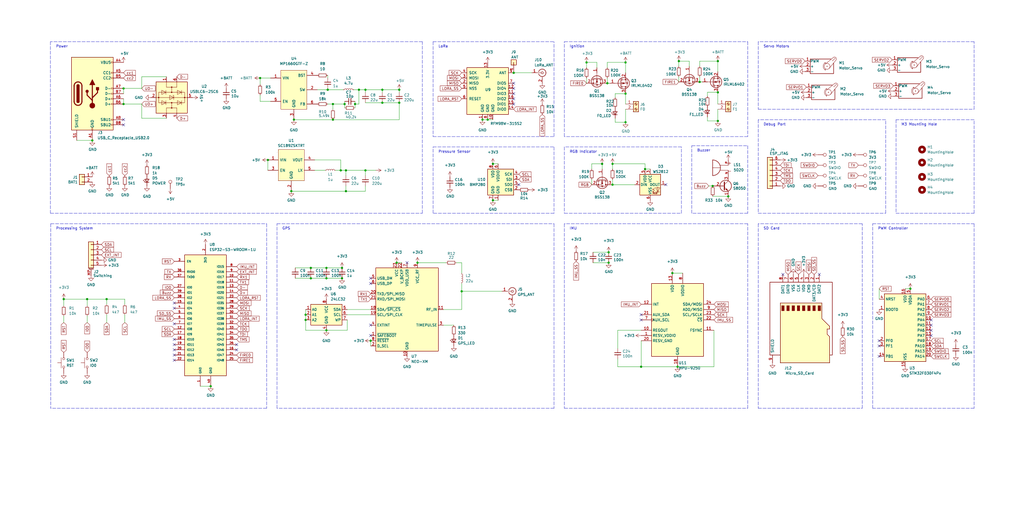
<source format=kicad_sch>
(kicad_sch (version 20211123) (generator eeschema)
  (paper "User" 499.999 250.012)
  (title_block (title "ISP32") (date "2023-01-05") (rev "v0.0.1") (company "NCKU ISP"))
  (junction (at 305.435 45.72))
  (junction (at 347.98 90.805))
  (junction (at 240.665 80.01))
  (junction (at 178.435 43.815))
  (junction (at 52.07 146.05))
  (junction (at 330.835 179.07))
  (junction (at 159.385 135.89))
  (junction (at 313.055 179.07))
  (junction (at 149.225 153.67))
  (junction (at 142.24 93.345))
  (junction (at 162.56 50.8))
  (junction (at 31.115 146.05))
  (junction (at 194.945 50.165))
  (junction (at 314.96 82.55))
  (junction (at 175.26 43.815))
  (junction (at 225.425 142.24))
  (junction (at 297.18 123.19))
  (junction (at 167.005 130.81))
  (junction (at 296.545 40.64))
  (junction (at 297.18 128.27))
  (junction (at 166.37 83.185))
  (junction (at 159.385 130.81))
  (junction (at 168.91 83.185))
  (junction (at 151.765 135.89))
  (junction (at 203.835 128.27))
  (junction (at 162.56 58.42))
  (junction (at 151.765 130.81))
  (junction (at 355.6 95.885))
  (junction (at 331.47 29.845))
  (junction (at 350.52 59.055))
  (junction (at 238.125 58.42))
  (junction (at 143.51 58.42))
  (junction (at 250.825 35.56))
  (junction (at 45.085 68.58))
  (junction (at 186.69 43.815))
  (junction (at 328.295 133.35))
  (junction (at 127 38.1))
  (junction (at 130.81 78.105))
  (junction (at 294.005 80.01))
  (junction (at 159.385 161.29))
  (junction (at 186.69 50.165))
  (junction (at 444.5 140.97))
  (junction (at 167.005 135.89))
  (junction (at 305.435 59.69))
  (junction (at 180.975 166.37))
  (junction (at 168.91 93.345))
  (junction (at 305.435 30.48))
  (junction (at 160.02 43.815))
  (junction (at 178.435 83.185))
  (junction (at 194.945 43.815))
  (junction (at 149.225 156.21))
  (junction (at 60.325 43.18))
  (junction (at 60.325 50.8))
  (junction (at 168.275 50.8))
  (junction (at 240.665 97.79))
  (junction (at 341.63 40.005))
  (junction (at 173.355 50.8))
  (junction (at 193.675 128.27))
  (junction (at 235.585 58.42))
  (junction (at 102.87 188.595))
  (junction (at 299.085 90.17))
  (junction (at 299.085 80.01))
  (junction (at 350.52 45.085))
  (junction (at 286.385 30.48))
  (junction (at 42.545 146.05))
  (junction (at 350.52 29.845))
  (no_connect (at 250.825 45.72))
  (no_connect (at 382.27 133.985))
  (no_connect (at 85.09 150.495))
  (no_connect (at 250.825 40.64))
  (no_connect (at 85.09 175.895))
  (no_connect (at -99.06 3.81))
  (no_connect (at 313.055 153.67))
  (no_connect (at 429.26 173.99))
  (no_connect (at 85.09 165.735))
  (no_connect (at 180.975 138.43))
  (no_connect (at 400.05 133.985))
  (no_connect (at 250.825 48.26))
  (no_connect (at 60.325 60.96))
  (no_connect (at 325.12 90.17))
  (no_connect (at 454.66 163.83))
  (no_connect (at 180.975 163.83))
  (no_connect (at 253.365 90.17))
  (no_connect (at 250.825 50.8))
  (no_connect (at 85.09 147.955))
  (no_connect (at 454.66 156.21))
  (no_connect (at 250.825 43.18))
  (no_connect (at 115.57 170.815))
  (no_connect (at 180.975 158.75))
  (no_connect (at 85.09 168.275))
  (no_connect (at 429.26 168.91))
  (no_connect (at 313.055 156.21))
  (no_connect (at 454.66 161.29))
  (no_connect (at 85.09 170.815))
  (no_connect (at 198.755 128.27))
  (no_connect (at 454.66 158.75))
  (no_connect (at 180.975 135.89))
  (no_connect (at 85.09 173.355))
  (no_connect (at 115.57 168.275))
  (no_connect (at 85.09 158.115))
  (no_connect (at 429.26 166.37))
  (no_connect (at 60.325 58.42))
  (wire (pts (xy 350.52 50.8) (xy 350.52 45.085)))
  (wire (pts (xy 300.355 57.785) (xy 300.355 59.69)))
  (wire (pts (xy 168.91 83.185) (xy 178.435 83.185)))
  (polyline (pts (xy 275.59 104.14) (xy 332.74 104.14)))
  (wire (pts (xy 345.44 45.085) (xy 350.52 45.085)))
  (wire (pts (xy 313.055 166.37) (xy 313.055 179.07)))
  (wire (pts (xy 127 38.1) (xy 127 41.275)))
  (wire (pts (xy 300.355 59.69) (xy 305.435 59.69)))
  (wire (pts (xy 296.545 40.64) (xy 297.815 40.64)))
  (polyline (pts (xy 370.205 53.34) (xy 475.615 53.34)))
  (wire (pts (xy 173.355 49.53) (xy 173.355 50.8)))
  (polyline (pts (xy 24.638 20.32) (xy 24.638 104.14)))
  (polyline (pts (xy 365.125 199.39) (xy 365.125 109.22)))
  (wire (pts (xy 178.435 83.185) (xy 183.515 83.185)))
  (wire (pts (xy 169.545 151.13) (xy 180.975 151.13)))
  (polyline (pts (xy 475.615 20.32) (xy 370.205 20.32)))
  (polyline (pts (xy 426.085 109.22) (xy 475.615 109.22)))
  (polyline (pts (xy 475.615 58.42) (xy 437.515 58.42)))
  (wire (pts (xy 294.005 82.55) (xy 294.005 80.01)))
  (wire (pts (xy 330.835 179.07) (xy 313.055 179.07)))
  (wire (pts (xy 331.47 29.845) (xy 331.47 32.385)))
  (polyline (pts (xy 24.765 109.22) (xy 24.765 199.39)))
  (wire (pts (xy 149.225 153.67) (xy 149.225 156.21)))
  (polyline (pts (xy 426.085 199.39) (xy 426.085 109.22)))
  (polyline (pts (xy 370.205 104.14) (xy 432.435 104.14)))
  (wire (pts (xy 52.07 153.67) (xy 52.07 157.48)))
  (polyline (pts (xy 437.515 104.14) (xy 475.615 104.14)))
  (wire (pts (xy 350.52 53.34) (xy 350.52 59.055)))
  (polyline (pts (xy 211.455 71.755) (xy 270.51 71.755)))
  (wire (pts (xy 299.085 87.63) (xy 299.085 90.17)))
  (wire (pts (xy 159.385 135.89) (xy 167.005 135.89)))
  (wire (pts (xy 216.535 158.75) (xy 221.615 158.75)))
  (wire (pts (xy 31.115 154.305) (xy 31.115 157.48)))
  (wire (pts (xy 341.63 37.465) (xy 341.63 40.005)))
  (wire (pts (xy 299.085 80.01) (xy 314.96 80.01)))
  (polyline (pts (xy 270.51 66.675) (xy 270.51 20.32)))
  (wire (pts (xy 60.96 153.67) (xy 60.96 157.48)))
  (wire (pts (xy 168.91 85.725) (xy 168.91 83.185)))
  (wire (pts (xy 168.91 93.345) (xy 178.435 93.345)))
  (wire (pts (xy 186.69 50.165) (xy 194.945 50.165)))
  (polyline (pts (xy 275.59 20.32) (xy 365.125 20.32)))
  (wire (pts (xy 429.26 146.05) (xy 429.26 140.97)))
  (polyline (pts (xy 130.175 199.39) (xy 24.765 199.39)))
  (wire (pts (xy 288.925 87.63) (xy 288.925 90.17)))
  (wire (pts (xy 194.945 43.815) (xy 194.945 45.085)))
  (wire (pts (xy 178.435 85.725) (xy 178.435 83.185)))
  (polyline (pts (xy 337.82 104.14) (xy 337.82 71.12)))
  (wire (pts (xy 162.56 50.8) (xy 162.56 53.34)))
  (wire (pts (xy 169.545 153.67) (xy 180.975 153.67)))
  (wire (pts (xy 288.925 80.01) (xy 294.005 80.01)))
  (polyline (pts (xy 337.82 71.12) (xy 365.125 71.12)))
  (polyline (pts (xy 370.205 58.42) (xy 370.205 104.14)))
  (wire (pts (xy 301.625 179.07) (xy 313.055 179.07)))
  (wire (pts (xy 60.325 50.8) (xy 69.215 50.8)))
  (polyline (pts (xy 270.51 71.755) (xy 270.51 104.14)))
  (wire (pts (xy 286.385 38.1) (xy 286.385 40.64)))
  (wire (pts (xy 314.96 80.01) (xy 314.96 82.55)))
  (polyline (pts (xy 206.248 20.32) (xy 24.638 20.32)))
  (polyline (pts (xy 24.638 104.14) (xy 206.248 104.14)))
  (polyline (pts (xy 365.125 71.12) (xy 365.125 104.14)))
  (wire (pts (xy 130.81 78.105) (xy 130.81 83.185)))
  (wire (pts (xy 300.355 45.72) (xy 305.435 45.72)))
  (polyline (pts (xy 211.455 66.675) (xy 270.51 66.675)))
  (polyline (pts (xy 365.125 109.22) (xy 275.59 109.22)))
  (wire (pts (xy 305.435 30.48) (xy 305.435 35.56)))
  (wire (pts (xy 69.215 50.8) (xy 69.215 57.785)))
  (wire (pts (xy 345.44 46.99) (xy 345.44 45.085)))
  (wire (pts (xy 225.425 138.43) (xy 225.425 142.24)))
  (wire (pts (xy 149.225 156.21) (xy 149.225 161.29)))
  (wire (pts (xy 288.925 80.01) (xy 288.925 82.55)))
  (polyline (pts (xy 437.515 58.42) (xy 437.515 104.14)))
  (polyline (pts (xy 135.255 109.22) (xy 270.51 109.22)))
  (wire (pts (xy 313.055 161.29) (xy 301.625 161.29)))
  (wire (pts (xy 193.675 128.27) (xy 196.215 128.27)))
  (wire (pts (xy 178.435 43.815) (xy 186.69 43.815)))
  (wire (pts (xy 296.545 30.48) (xy 305.435 30.48)))
  (wire (pts (xy 194.945 50.165) (xy 194.945 58.42)))
  (wire (pts (xy 127 38.1) (xy 132.08 38.1)))
  (wire (pts (xy 168.91 90.805) (xy 168.91 93.345)))
  (polyline (pts (xy 275.59 199.39) (xy 365.125 199.39)))
  (wire (pts (xy 203.835 128.27) (xy 217.805 128.27)))
  (wire (pts (xy 166.37 78.105) (xy 166.37 83.185)))
  (wire (pts (xy 300.355 47.625) (xy 300.355 45.72)))
  (wire (pts (xy 331.47 29.845) (xy 336.55 29.845)))
  (wire (pts (xy 162.56 50.8) (xy 168.275 50.8)))
  (polyline (pts (xy 475.615 109.22) (xy 475.615 199.39)))
  (wire (pts (xy 178.435 50.165) (xy 186.69 50.165)))
  (polyline (pts (xy 432.435 104.14) (xy 432.435 58.42)))
  (wire (pts (xy 441.96 140.97) (xy 444.5 140.97)))
  (wire (pts (xy 286.385 30.48) (xy 291.465 30.48)))
  (wire (pts (xy 238.125 58.42) (xy 240.665 58.42)))
  (wire (pts (xy 172.72 43.815) (xy 175.26 43.815)))
  (polyline (pts (xy 370.205 109.22) (xy 370.205 199.39)))
  (wire (pts (xy 60.325 43.18) (xy 69.215 43.18)))
  (wire (pts (xy 160.02 43.18) (xy 160.02 43.815)))
  (wire (pts (xy 299.085 90.17) (xy 309.88 90.17)))
  (wire (pts (xy 151.765 130.81) (xy 159.385 130.81)))
  (wire (pts (xy 296.545 33.02) (xy 296.545 30.48)))
  (wire (pts (xy 348.615 179.07) (xy 348.615 161.29)))
  (wire (pts (xy 144.145 130.81) (xy 151.765 130.81)))
  (polyline (pts (xy 432.435 58.42) (xy 370.205 58.42)))
  (wire (pts (xy 31.115 146.05) (xy 31.115 149.225)))
  (polyline (pts (xy 365.125 20.32) (xy 365.125 66.675)))
  (wire (pts (xy 299.085 82.55) (xy 299.085 80.01)))
  (polyline (pts (xy 275.59 66.675) (xy 275.59 20.32)))
  (wire (pts (xy 186.69 43.815) (xy 186.69 45.085)))
  (wire (pts (xy 175.26 43.815) (xy 175.26 50.8)))
  (polyline (pts (xy 370.205 20.32) (xy 370.205 53.34)))
  (polyline (pts (xy 211.455 104.14) (xy 211.455 71.755)))
  (wire (pts (xy 151.765 135.89) (xy 159.385 135.89)))
  (wire (pts (xy 69.215 57.785) (xy 81.28 57.785)))
  (wire (pts (xy 240.665 97.79) (xy 243.205 97.79)))
  (wire (pts (xy 52.07 146.05) (xy 60.96 146.05)))
  (wire (pts (xy 69.215 43.18) (xy 69.215 37.465)))
  (polyline (pts (xy 365.125 104.14) (xy 337.82 104.14)))
  (polyline (pts (xy 270.51 104.14) (xy 211.455 104.14)))
  (wire (pts (xy 225.425 128.27) (xy 225.425 133.35)))
  (wire (pts (xy 42.545 157.48) (xy 42.545 154.305)))
  (polyline (pts (xy 211.455 20.32) (xy 270.51 20.32)))
  (wire (pts (xy 160.02 36.83) (xy 160.02 38.1)))
  (polyline (pts (xy 211.455 20.32) (xy 211.455 66.675)))
  (wire (pts (xy 159.385 161.29) (xy 169.545 161.29)))
  (polyline (pts (xy 421.005 199.39) (xy 421.005 109.22)))
  (wire (pts (xy 69.215 37.465) (xy 81.28 37.465)))
  (wire (pts (xy 347.98 95.885) (xy 355.6 95.885)))
  (wire (pts (xy 159.385 130.81) (xy 167.005 130.81)))
  (wire (pts (xy 160.02 50.8) (xy 162.56 50.8)))
  (polyline (pts (xy 332.74 71.755) (xy 275.59 71.755)))
  (wire (pts (xy 42.545 146.05) (xy 31.115 146.05)))
  (wire (pts (xy 341.63 40.005) (xy 342.9 40.005)))
  (wire (pts (xy 216.535 151.13) (xy 225.425 151.13)))
  (wire (pts (xy 149.225 151.13) (xy 149.225 153.67)))
  (polyline (pts (xy 475.615 199.39) (xy 426.085 199.39)))
  (wire (pts (xy 345.44 57.15) (xy 345.44 59.055)))
  (wire (pts (xy 259.715 35.56) (xy 250.825 35.56)))
  (wire (pts (xy 144.145 135.89) (xy 151.765 135.89)))
  (wire (pts (xy 37.465 68.58) (xy 45.085 68.58)))
  (wire (pts (xy 42.545 146.05) (xy 52.07 146.05)))
  (polyline (pts (xy 475.615 53.34) (xy 475.615 20.32)))
  (wire (pts (xy 341.63 29.845) (xy 350.52 29.845)))
  (wire (pts (xy 289.56 128.27) (xy 297.18 128.27)))
  (polyline (pts (xy 206.248 104.14) (xy 206.248 20.32)))
  (wire (pts (xy 346.075 90.805) (xy 347.98 90.805)))
  (polyline (pts (xy 275.59 71.755) (xy 275.59 104.14)))
  (wire (pts (xy 42.545 149.225) (xy 42.545 146.05)))
  (wire (pts (xy 291.465 33.02) (xy 291.465 30.48)))
  (wire (pts (xy 186.69 43.815) (xy 194.945 43.815)))
  (polyline (pts (xy 270.51 199.39) (xy 135.255 199.39)))
  (wire (pts (xy 160.02 43.815) (xy 154.94 43.815)))
  (wire (pts (xy 149.225 161.29) (xy 159.385 161.29)))
  (wire (pts (xy 225.425 142.24) (xy 245.11 142.24)))
  (polyline (pts (xy 135.255 199.39) (xy 135.255 109.22)))
  (wire (pts (xy 301.625 175.26) (xy 301.625 179.07)))
  (wire (pts (xy 142.24 93.345) (xy 168.91 93.345)))
  (wire (pts (xy 178.435 43.815) (xy 178.435 45.085)))
  (polyline (pts (xy 365.125 66.675) (xy 275.59 66.675)))
  (wire (pts (xy 305.435 45.72) (xy 305.435 50.8)))
  (wire (pts (xy 127 46.355) (xy 127 49.53)))
  (wire (pts (xy 331.47 37.465) (xy 331.47 40.005)))
  (wire (pts (xy 173.355 50.8) (xy 173.355 52.705)))
  (polyline (pts (xy 370.205 199.39) (xy 421.005 199.39)))
  (wire (pts (xy 289.56 123.19) (xy 297.18 123.19)))
  (wire (pts (xy 97.79 188.595) (xy 102.87 188.595)))
  (wire (pts (xy 194.945 58.42) (xy 162.56 58.42)))
  (wire (pts (xy 328.295 133.35) (xy 333.375 133.35)))
  (wire (pts (xy 169.545 161.29) (xy 169.545 156.21)))
  (wire (pts (xy 153.67 78.105) (xy 166.37 78.105)))
  (wire (pts (xy 330.835 179.07) (xy 348.615 179.07)))
  (wire (pts (xy 222.885 128.27) (xy 225.425 128.27)))
  (wire (pts (xy 225.425 151.13) (xy 225.425 142.24)))
  (wire (pts (xy 168.275 50.8) (xy 168.275 52.705)))
  (wire (pts (xy 166.37 83.185) (xy 168.91 83.185)))
  (polyline (pts (xy 130.175 109.22) (xy 130.175 199.39)))
  (polyline (pts (xy 275.59 109.22) (xy 275.59 199.39)))
  (polyline (pts (xy 270.51 109.22) (xy 270.51 199.39)))
  (wire (pts (xy 160.02 43.815) (xy 167.64 43.815)))
  (wire (pts (xy 341.63 32.385) (xy 341.63 29.845)))
  (wire (pts (xy 143.51 58.42) (xy 162.56 58.42)))
  (wire (pts (xy 60.96 146.05) (xy 60.96 148.59)))
  (polyline (pts (xy 475.615 104.14) (xy 475.615 58.42)))
  (wire (pts (xy 60.325 48.26) (xy 60.325 50.8)))
  (wire (pts (xy 127 49.53) (xy 132.08 49.53)))
  (wire (pts (xy 296.545 38.1) (xy 296.545 40.64)))
  (wire (pts (xy 153.67 83.185) (xy 158.75 83.185)))
  (wire (pts (xy 163.83 83.185) (xy 166.37 83.185)))
  (wire (pts (xy 345.44 59.055) (xy 350.52 59.055)))
  (wire (pts (xy 301.625 161.29) (xy 301.625 170.18)))
  (wire (pts (xy 60.325 43.18) (xy 60.325 45.72)))
  (wire (pts (xy 235.585 58.42) (xy 238.125 58.42)))
  (polyline (pts (xy 332.74 104.14) (xy 332.74 71.755)))
  (wire (pts (xy 175.26 43.815) (xy 178.435 43.815)))
  (wire (pts (xy 52.07 146.05) (xy 52.07 148.59)))
  (wire (pts (xy 314.96 82.55) (xy 317.5 82.55)))
  (wire (pts (xy 180.975 166.37) (xy 180.975 168.91)))
  (wire (pts (xy 178.435 93.345) (xy 178.435 90.805)))
  (wire (pts (xy 286.385 30.48) (xy 286.385 33.02)))
  (polyline (pts (xy 24.765 109.22) (xy 130.175 109.22)))
  (wire (pts (xy 336.55 32.385) (xy 336.55 29.845)))
  (wire (pts (xy 305.435 53.34) (xy 305.435 59.69)))
  (wire (pts (xy 240.665 80.01) (xy 243.205 80.01)))
  (wire (pts (xy 173.355 50.8) (xy 175.26 50.8)))
  (wire (pts (xy 168.275 50.8) (xy 168.275 49.53)))
  (polyline (pts (xy 421.005 109.22) (xy 370.205 109.22)))
  (wire (pts (xy 350.52 29.845) (xy 350.52 34.925)))
  (text "IMU" (at 278.13 112.395 0) (effects (font (size 1.27 1.27)) (justify left bottom)))
  (text "PWM Controller" (at 428.625 112.395 0) (effects (font (size 1.27 1.27)) (justify left bottom)))
  (text "Ignition" (at 278.13 23.495 0) (effects (font (size 1.27 1.27)) (justify left bottom)))
  (text "M3 Mounting Hole" (at 440.055 61.595 0) (effects (font (size 1.27 1.27)) (justify left bottom)))
  (text "Servo Motors" (at 372.745 23.495 0) (effects (font (size 1.27 1.27)) (justify left bottom)))
  (text "RGB Indicator" (at 278.13 74.93 0) (effects (font (size 1.27 1.27)) (justify left bottom)))
  (text "Debug Port" (at 372.745 61.595 0) (effects (font (size 1.27 1.27)) (justify left bottom)))
  (text "Buzzer" (at 340.36 74.295 0) (effects (font (size 1.27 1.27)) (justify left bottom)))
  (text "Processing System" (at 27.305 112.395 0) (effects (font (size 1.27 1.27)) (justify left bottom)))
  (text "Pressure Sensor" (at 213.995 74.93 0) (effects (font (size 1.27 1.27)) (justify left bottom)))
  (text "LoRa" (at 213.995 23.495 0) (effects (font (size 1.27 1.27)) (justify left bottom)))
  (text "GPS" (at 137.795 112.395 0) (effects (font (size 1.27 1.27)) (justify left bottom)))
  (text "SD Card" (at 372.745 112.395 0) (effects (font (size 1.27 1.27)) (justify left bottom)))
  (text "Power" (at 27.305 23.495 0) (effects (font (size 1.27 1.27)) (justify left bottom)))
  (global_label "EXT_INT" (shape input) (at 49.53 124.46 0) (property "Intersheet References" "${INTERSHEET_REFS}" (effects hide)))
  (global_label "LORA_SS" (shape input) (at 85.09 145.415 180) (property "Intersheet References" "${INTERSHEET_REFS}" (effects hide)))
  (global_label "MOSI" (shape input) (at 394.97 133.985 90) (property "Intersheet References" "${INTERSHEET_REFS}" (effects hide)))
  (global_label "SERVO3" (shape input) (at 436.245 41.91 180) (property "Intersheet References" "${INTERSHEET_REFS}" (effects hide)))
  (global_label "RX1" (shape input) (at 115.57 135.255 0) (property "Intersheet References" "${INTERSHEET_REFS}" (effects hide)))
  (global_label "SCK" (shape input) (at 348.615 153.67 0) (property "Intersheet References" "${INTERSHEET_REFS}" (effects hide)))
  (global_label "RX" (shape input) (at 85.09 135.255 180) (property "Intersheet References" "${INTERSHEET_REFS}" (effects hide)))
  (global_label "IMU_SS" (shape input) (at 85.09 155.575 180) (property "Intersheet References" "${INTERSHEET_REFS}" (effects hide)))
  (global_label "TDI" (shape input) (at 115.57 163.195 0) (property "Intersheet References" "${INTERSHEET_REFS}" (effects hide)))
  (global_label "SERVO3" (shape input) (at 454.66 153.67 0) (property "Intersheet References" "${INTERSHEET_REFS}" (effects hide)))
  (global_label "FIRE1" (shape input) (at 331.47 40.005 180) (property "Intersheet References" "${INTERSHEET_REFS}" (effects hide)))
  (global_label "LORA_INT" (shape input) (at 250.825 53.34 0) (property "Intersheet References" "${INTERSHEET_REFS}" (effects hide)))
  (global_label "MOSI" (shape input) (at 115.57 147.955 0) (property "Intersheet References" "${INTERSHEET_REFS}" (effects hide)))
  (global_label "SD_SS" (shape input) (at 85.09 153.035 180) (property "Intersheet References" "${INTERSHEET_REFS}" (effects hide)))
  (global_label "MISO" (shape input) (at 384.81 133.985 90) (property "Intersheet References" "${INTERSHEET_REFS}" (effects hide)))
  (global_label "IO0" (shape input) (at 42.545 157.48 270) (property "Intersheet References" "${INTERSHEET_REFS}" (effects hide)))
  (global_label "TDI" (shape input) (at 381 80.645 0) (property "Intersheet References" "${INTERSHEET_REFS}" (effects hide)))
  (global_label "UD+" (shape input) (at 69.215 50.8 0) (property "Intersheet References" "${INTERSHEET_REFS}" (effects hide)))
  (global_label "SDA" (shape input) (at 253.365 87.63 0) (property "Intersheet References" "${INTERSHEET_REFS}" (effects hide)))
  (global_label "SCL" (shape input) (at 60.96 157.48 270) (property "Intersheet References" "${INTERSHEET_REFS}" (effects hide)))
  (global_label "SD_SS" (shape input) (at 411.48 164.465 270) (property "Intersheet References" "${INTERSHEET_REFS}" (effects hide)))
  (global_label "TCK" (shape input) (at 115.57 158.115 0) (property "Intersheet References" "${INTERSHEET_REFS}" (effects hide)))
  (global_label "SCL" (shape input) (at 85.09 160.655 180) (property "Intersheet References" "${INTERSHEET_REFS}" (effects hide)))
  (global_label "SERVO0" (shape input) (at 454.66 146.05 0) (property "Intersheet References" "${INTERSHEET_REFS}" (effects hide)))
  (global_label "MISO" (shape input) (at 348.615 151.13 0) (property "Intersheet References" "${INTERSHEET_REFS}" (effects hide)))
  (global_label "LORA_INT" (shape input) (at 115.57 155.575 0) (property "Intersheet References" "${INTERSHEET_REFS}" (effects hide)))
  (global_label "SCK" (shape input) (at 225.425 35.56 180) (property "Intersheet References" "${INTERSHEET_REFS}" (effects hide)))
  (global_label "TMS" (shape input) (at 115.57 165.735 0) (property "Intersheet References" "${INTERSHEET_REFS}" (effects hide)))
  (global_label "IMU_INT" (shape input) (at 115.57 130.175 0) (property "Intersheet References" "${INTERSHEET_REFS}" (effects hide)))
  (global_label "RST" (shape input) (at 429.26 140.97 0) (property "Intersheet References" "${INTERSHEET_REFS}" (effects hide)))
  (global_label "SERVO2" (shape input) (at 435.61 29.21 180) (property "Intersheet References" "${INTERSHEET_REFS}" (effects hide)))
  (global_label "MISO" (shape input) (at 225.425 40.64 180) (property "Intersheet References" "${INTERSHEET_REFS}" (effects hide)))
  (global_label "TDO" (shape input) (at 115.57 160.655 0) (property "Intersheet References" "${INTERSHEET_REFS}" (effects hide)))
  (global_label "RST" (shape input) (at 85.09 127.635 180) (property "Intersheet References" "${INTERSHEET_REFS}" (effects hide)))
  (global_label "TX1" (shape input) (at 115.57 137.795 0) (property "Intersheet References" "${INTERSHEET_REFS}" (effects hide)))
  (global_label "IMU_SS" (shape input) (at 348.615 156.21 0) (property "Intersheet References" "${INTERSHEET_REFS}" (effects hide)))
  (global_label "D-" (shape input) (at 115.57 140.335 0) (property "Intersheet References" "${INTERSHEET_REFS}" (effects hide)))
  (global_label "TX1" (shape input) (at 180.975 146.05 180) (property "Intersheet References" "${INTERSHEET_REFS}" (effects hide)))
  (global_label "SERVO1" (shape input) (at 454.66 148.59 0) (property "Intersheet References" "${INTERSHEET_REFS}" (effects hide)))
  (global_label "TMS" (shape input) (at 381 85.725 0) (property "Intersheet References" "${INTERSHEET_REFS}" (effects hide)))
  (global_label "TX" (shape input) (at 419.1 80.645 180) (property "Intersheet References" "${INTERSHEET_REFS}" (effects hide)))
  (global_label "D-" (shape input) (at 86.36 37.465 0) (property "Intersheet References" "${INTERSHEET_REFS}" (effects hide)))
  (global_label "SWDIO" (shape input) (at 454.66 171.45 0) (property "Intersheet References" "${INTERSHEET_REFS}" (effects hide)))
  (global_label "FIRE0" (shape input) (at 115.57 173.355 0) (property "Intersheet References" "${INTERSHEET_REFS}" (effects hide)))
  (global_label "FIRE0" (shape input) (at 286.385 40.64 180) (property "Intersheet References" "${INTERSHEET_REFS}" (effects hide)))
  (global_label "FIRE1" (shape input) (at 115.57 175.895 0) (property "Intersheet References" "${INTERSHEET_REFS}" (effects hide)))
  (global_label "MOSI" (shape input) (at 348.615 148.59 0) (property "Intersheet References" "${INTERSHEET_REFS}" (effects hide)))
  (global_label "SDA" (shape input) (at 85.09 163.195 180) (property "Intersheet References" "${INTERSHEET_REFS}" (effects hide)))
  (global_label "SCK" (shape input) (at 389.89 133.985 90) (property "Intersheet References" "${INTERSHEET_REFS}" (effects hide)))
  (global_label "SWDIO" (shape input) (at 399.415 80.645 180) (property "Intersheet References" "${INTERSHEET_REFS}" (effects hide)))
  (global_label "cc2" (shape input) (at 60.325 38.1 0) (property "Intersheet References" "${INTERSHEET_REFS}" (effects hide)))
  (global_label "MOSI" (shape input) (at 225.425 38.1 180) (property "Intersheet References" "${INTERSHEET_REFS}" (effects hide)))
  (global_label "D+" (shape input) (at 115.57 142.875 0) (property "Intersheet References" "${INTERSHEET_REFS}" (effects hide)))
  (global_label "cc1" (shape input) (at 53.34 85.725 90) (property "Intersheet References" "${INTERSHEET_REFS}" (effects hide)))
  (global_label "SDA" (shape input) (at 52.07 157.48 270) (property "Intersheet References" "${INTERSHEET_REFS}" (effects hide)))
  (global_label "SD_SS" (shape input) (at 397.51 133.985 90) (property "Intersheet References" "${INTERSHEET_REFS}" (effects hide)))
  (global_label "Buzz" (shape input) (at 85.09 142.875 180) (property "Intersheet References" "${INTERSHEET_REFS}" (effects hide)))
  (global_label "LORA_SS" (shape input) (at 264.795 55.88 270) (property "Intersheet References" "${INTERSHEET_REFS}" (effects hide)))
  (global_label "SWCLK" (shape input) (at 399.415 85.725 180) (property "Intersheet References" "${INTERSHEET_REFS}" (effects hide)))
  (global_label "SCL" (shape input) (at 49.53 121.92 0) (property "Intersheet References" "${INTERSHEET_REFS}" (effects hide)))
  (global_label "Buzz" (shape input) (at 346.075 90.805 180) (property "Intersheet References" "${INTERSHEET_REFS}" (effects hide)))
  (global_label "SCL" (shape input) (at 253.365 85.09 0) (property "Intersheet References" "${INTERSHEET_REFS}" (effects hide)))
  (global_label "SDA" (shape input) (at 49.53 119.38 0) (property "Intersheet References" "${INTERSHEET_REFS}" (effects hide)))
  (global_label "IMU_INT" (shape input) (at 313.055 148.59 180) (property "Intersheet References" "${INTERSHEET_REFS}" (effects hide)))
  (global_label "TCK" (shape input) (at 381 83.185 0) (property "Intersheet References" "${INTERSHEET_REFS}" (effects hide)))
  (global_label "IMU_SS" (shape input) (at 281.305 127.635 270) (property "Intersheet References" "${INTERSHEET_REFS}" (effects hide)))
  (global_label "UD-" (shape input) (at 69.215 43.18 0) (property "Intersheet References" "${INTERSHEET_REFS}" (effects hide)))
  (global_label "TX" (shape input) (at 85.09 132.715 180) (property "Intersheet References" "${INTERSHEET_REFS}" (effects hide)))
  (global_label "EXT_INT" (shape input) (at 115.57 132.715 0) (property "Intersheet References" "${INTERSHEET_REFS}" (effects hide)))
  (global_label "TDO" (shape input) (at 381 88.265 0) (property "Intersheet References" "${INTERSHEET_REFS}" (effects hide)))
  (global_label "SERVO1" (shape input) (at 393.7 42.545 180) (property "Intersheet References" "${INTERSHEET_REFS}" (effects hide)))
  (global_label "RST" (shape input) (at 31.115 157.48 270) (property "Intersheet References" "${INTERSHEET_REFS}" (effects hide)))
  (global_label "IO0" (shape input) (at 42.545 172.085 90) (property "Intersheet References" "${INTERSHEET_REFS}" (effects hide)))
  (global_label "RGB" (shape input) (at 288.925 90.17 180) (property "Intersheet References" "${INTERSHEET_REFS}" (effects hide)))
  (global_label "SCL" (shape input) (at 454.66 166.37 0) (property "Intersheet References" "${INTERSHEET_REFS}" (effects hide)))
  (global_label "RST" (shape input) (at 31.115 172.085 90) (property "Intersheet References" "${INTERSHEET_REFS}" (effects hide)))
  (global_label "SCK" (shape input) (at 115.57 150.495 0) (property "Intersheet References" "${INTERSHEET_REFS}" (effects hide)))
  (global_label "RX1" (shape input) (at 180.975 143.51 180) (property "Intersheet References" "${INTERSHEET_REFS}" (effects hide)))
  (global_label "D+" (shape input) (at 86.36 57.785 0) (property "Intersheet References" "${INTERSHEET_REFS}" (effects hide)))
  (global_label "LORA_RST" (shape input) (at 225.425 48.26 180) (property "Intersheet References" "${INTERSHEET_REFS}" (effects hide)))
  (global_label "SDA" (shape input) (at 454.66 168.91 0) (property "Intersheet References" "${INTERSHEET_REFS}" (effects hide)))
  (global_label "LORA_SS" (shape input) (at 225.425 43.18 180) (property "Intersheet References" "${INTERSHEET_REFS}" (effects hide)))
  (global_label "IO0" (shape input) (at 85.09 140.335 180) (property "Intersheet References" "${INTERSHEET_REFS}" (effects hide)))
  (global_label "cc2" (shape input) (at 60.96 85.725 90) (property "Intersheet References" "${INTERSHEET_REFS}" (effects hide)))
  (global_label "SWCLK" (shape input) (at 454.66 173.99 0) (property "Intersheet References" "${INTERSHEET_REFS}" (effects hide)))
  (global_label "cc1" (shape input) (at 60.325 35.56 0) (property "Intersheet References" "${INTERSHEET_REFS}" (effects hide)))
  (global_label "MISO" (shape input) (at 115.57 153.035 0) (property "Intersheet References" "${INTERSHEET_REFS}" (effects hide)))
  (global_label "LORA_RST" (shape input) (at 115.57 145.415 0) (property "Intersheet References" "${INTERSHEET_REFS}" (effects hide)))
  (global_label "SERVO0" (shape input) (at 393.065 29.845 180) (property "Intersheet References" "${INTERSHEET_REFS}" (effects hide)))
  (global_label "SERVO2" (shape input) (at 454.66 151.13 0) (property "Intersheet References" "${INTERSHEET_REFS}" (effects hide)))
  (global_label "RX" (shape input) (at 419.1 85.725 180) (property "Intersheet References" "${INTERSHEET_REFS}" (effects hide)))
  (symbol (lib_id "Transistor_FET:BSS138") (at 336.55 37.465 270) (unit 1)
    (property "Reference" "Q4" (at 336.55 43.7896 90))
    (property "Value" "BSS138" (at 336.55 46.101 90))
    (property "Footprint" "Package_TO_SOT_SMD:SOT-23" (effects hide))
    (property "Datasheet" "https://www.onsemi.com/pub/Collateral/BSS138-D.PDF" (effects hide))
  )
  (symbol (lib_id "Connector_Generic:Conn_01x06") (at 375.92 85.725 180) (unit 1)
    (property "Reference" "J4" (at 377.19 73.025 0))
    (property "Value" "ESP_JTAG" (at 380.365 74.93 0))
    (property "Footprint" "Connector_PinHeader_1.27mm:PinHeader_1x06_P1.27mm_Vertical" (effects hide))
  )
  (symbol (lib_id "power:GND") (at 305.435 59.69 0) (unit 1)
    (property "Reference" "#PWR0120" (effects hide))
    (property "Value" "GND" (at 305.562 64.0842 0))
  )
  (symbol (lib_id "power:GND") (at 429.26 151.13 0) (unit 1)
    (property "Reference" "#PWR0118" (effects hide))
    (property "Value" "GND" (at 429.26 155.575 0))
  )
  (symbol (lib_id "Connector:Conn_Coaxial") (at 264.795 35.56 0) (unit 1)
    (property "Reference" "J10" (at 260.985 29.21 0) (effects (justify left)))
    (property "Value" "LoRa_ANT" (at 260.985 31.75 0) (effects (justify left)))
    (property "Footprint" "Connector_Coaxial:U.FL_Hirose_U.FL-R-SMT-1_Vertical" (effects hide))
    (property "Datasheet" " ~" (effects hide))
  )
  (symbol (lib_id "Device:R_Small") (at 127 43.815 0) (unit 1)
    (property "Reference" "R3" (at 129.54 42.5449 0) (effects (justify left)))
    (property "Value" "100k" (at 129.54 45.0849 0) (effects (justify left)))
    (property "Footprint" "Resistor_SMD:R_0603_1608Metric" (effects hide))
  )
  (symbol (lib_id "Device:R_Small") (at 60.96 88.265 0) (unit 1)
    (property "Reference" "R7" (at 62.4586 87.0966 0) (effects (justify left)))
    (property "Value" "5k1" (at 62.4586 89.408 0) (effects (justify left)))
    (property "Footprint" "Resistor_SMD:R_0603_1608Metric" (effects hide))
  )
  (symbol (lib_id "Connector:TestPoint") (at 419.1 75.565 270) (unit 1)
    (property "Reference" "TP6" (at 424.18 74.2949 90) (effects (justify left)))
    (property "Value" "3V3" (at 424.18 76.8349 90) (effects (justify left)))
    (property "Footprint" "TestPoint:TestPoint_Pad_D1.0mm" (effects hide))
  )
  (symbol (lib_id "power:GND") (at 60.96 90.805 0) (unit 1)
    (property "Reference" "#PWR0185" (effects hide))
    (property "Value" "GND" (at 61.087 95.1992 0))
  )
  (symbol (lib_id "Device:R_Small") (at 52.07 151.13 0) (unit 1)
    (property "Reference" "R4" (at 54.61 149.8599 0) (effects (justify left)))
    (property "Value" "4k7" (at 54.61 152.3999 0) (effects (justify left)))
    (property "Footprint" "Resistor_SMD:R_0603_1608Metric" (effects hide))
  )
  (symbol (lib_id "power:GND") (at 49.53 127 90) (mirror x) (unit 1)
    (property "Reference" "#PWR0186" (effects hide))
    (property "Value" "GND" (at 52.705 127.0001 90) (effects (justify right)))
  )
  (symbol (lib_id "Device:C_Small") (at 186.69 47.625 0) (unit 1)
    (property "Reference" "C1" (at 189.0268 46.4566 0) (effects (justify left)))
    (property "Value" "22u" (at 189.0268 48.768 0) (effects (justify left)))
    (property "Footprint" "Capacitor_SMD:C_0603_1608Metric" (effects hide))
  )
  (symbol (lib_id "power:+3V3") (at 238.125 30.48 0) (unit 1)
    (property "Reference" "#PWR0144" (effects hide))
    (property "Value" "+3V3" (at 238.125 25.4 0))
  )
  (symbol (lib_id "power:+3V3") (at 167.005 130.81 0) (unit 1)
    (property "Reference" "#PWR0129" (effects hide))
    (property "Value" "+3V3" (at 167.005 125.095 0))
  )
  (symbol (lib_id "power:GND") (at 355.6 95.885 0) (unit 1)
    (property "Reference" "#PWR0112" (effects hide))
    (property "Value" "GND" (at 355.6 100.33 0))
  )
  (symbol (lib_name "+5V_2") (lib_id "power:+5V") (at 299.085 80.01 0) (unit 1)
    (property "Reference" "#PWR0114" (effects hide))
    (property "Value" "+5V" (at 299.085 75.565 0))
  )
  (symbol (lib_id "Device:C_Small") (at 168.91 88.265 0) (unit 1)
    (property "Reference" "C6" (at 171.45 87.0012 0) (effects (justify left)))
    (property "Value" "22u" (at 171.45 89.5412 0) (effects (justify left)))
    (property "Footprint" "Capacitor_SMD:C_0805_2012Metric" (effects hide))
  )
  (symbol (lib_id "power:GND") (at 317.5 97.79 0) (unit 1)
    (property "Reference" "#PWR0111" (effects hide))
    (property "Value" "GND" (at 317.5 102.235 0))
  )
  (symbol (lib_id "Mechanical:MountingHole") (at 450.215 79.375 0) (unit 1)
    (property "Reference" "H2" (at 452.755 78.1049 0) (effects (justify left)))
    (property "Value" "MountingHole" (at 452.755 80.6449 0) (effects (justify left)))
    (property "Footprint" "MountingHole:MountingHole_3.2mm_M3_ISO7380" (effects hide))
  )
  (symbol (lib_id "Connector:TestPoint") (at 399.415 90.805 270) (unit 1)
    (property "Reference" "TP5" (at 404.495 89.5349 90) (effects (justify left)))
    (property "Value" "GND" (at 404.495 92.0749 90) (effects (justify left)))
    (property "Footprint" "TestPoint:TestPoint_Pad_D1.0mm" (effects hide))
  )
  (symbol (lib_id "RF_Module:RFM98W-315S2") (at 238.125 43.18 0) (unit 1)
    (property "Reference" "U9" (at 236.855 43.815 0) (effects (justify left)))
    (property "Value" "RFM98W-315S2" (at 239.395 60.325 0) (effects (justify left)))
    (property "Footprint" "RF_Module:HOPERF_RFM9XW_SMD" (effects hide))
    (property "Datasheet" "https://www.hoperf.com/data/upload/portal/20181127/5bfcdb5e17543.pdf" (effects hide))
  )
  (symbol (lib_id "power:+BATT") (at 45.085 86.36 0) (mirror y) (unit 1)
    (property "Reference" "#PWR0191" (effects hide))
    (property "Value" "+BATT" (at 44.704 81.9658 0))
  )
  (symbol (lib_id "Device:L_Small") (at 161.29 83.185 90) (unit 1)
    (property "Reference" "L1" (at 161.29 85.09 90))
    (property "Value" "1u" (at 161.29 87.63 90))
    (property "Footprint" "Inductor_SMD:L_Bourns-SRN4018" (effects hide))
  )
  (symbol (lib_id "Device:R_Small") (at 264.795 53.34 0) (unit 1)
    (property "Reference" "R15" (at 266.7 52.0699 0) (effects (justify left)))
    (property "Value" "10k" (at 266.7 54.6099 0) (effects (justify left)))
    (property "Footprint" "Resistor_SMD:R_0603_1608Metric" (effects hide))
  )
  (symbol (lib_id "Switch:SW_Push") (at 42.545 177.165 90) (unit 1)
    (property "Reference" "SW2" (at 43.815 175.8949 90) (effects (justify right)))
    (property "Value" "IO0" (at 43.815 178.4349 90) (effects (justify right)))
    (property "Footprint" "Button_Switch_SMD:SW_SPST_B3U-1000P" (effects hide))
  )
  (symbol (lib_id "power:GND") (at 441.96 179.07 0) (unit 1)
    (property "Reference" "#PWR0119" (effects hide))
    (property "Value" "GND" (at 441.96 183.515 0))
  )
  (symbol (lib_id "Device:R_Small") (at 53.34 88.265 0) (unit 1)
    (property "Reference" "R5" (at 54.8386 87.0966 0) (effects (justify left)))
    (property "Value" "5k1" (at 54.8386 89.408 0) (effects (justify left)))
    (property "Footprint" "Resistor_SMD:R_0603_1608Metric" (effects hide))
  )
  (symbol (lib_id "power:GND") (at 198.755 173.99 0) (unit 1)
    (property "Reference" "#PWR0170" (effects hide))
    (property "Value" "GND" (at 198.755 179.07 0))
  )
  (symbol (lib_id "Connector_Generic:Conn_01x01") (at 250.825 30.48 90) (unit 1)
    (property "Reference" "J9" (at 249.555 25.4 90) (effects (justify right)))
    (property "Value" "ANT" (at 249.555 27.94 90) (effects (justify right)))
    (property "Footprint" "Connector_PinHeader_2.00mm:PinHeader_1x01_P2.00mm_Vertical" (effects hide))
  )
  (symbol (lib_id "Device:C_Small") (at 219.71 88.9 0) (unit 1)
    (property "Reference" "C16" (at 222.0468 87.7316 0) (effects (justify left)))
    (property "Value" "100n" (at 222.0468 90.043 0) (effects (justify left)))
    (property "Footprint" "Capacitor_SMD:C_0603_1608Metric" (effects hide))
  )
  (symbol (lib_id "power:+3V3") (at 183.515 83.185 270) (unit 1)
    (property "Reference" "#PWR0158" (effects hide))
    (property "Value" "+3V3" (at 187.325 83.1849 90) (effects (justify left)))
  )
  (symbol (lib_name "+5V_4") (lib_id "power:+5V") (at 393.065 32.385 90) (unit 1)
    (property "Reference" "#PWR0108" (effects hide))
    (property "Value" "+5V" (at 389.89 32.3849 90) (effects (justify left)))
  )
  (symbol (lib_id "power:+3V3") (at 444.5 140.97 0) (unit 1)
    (property "Reference" "#PWR0154" (effects hide))
    (property "Value" "+3V3" (at 444.5 135.255 0))
  )
  (symbol (lib_id "power:GND") (at 44.45 134.62 0) (unit 1)
    (property "Reference" "#PWR0188" (effects hide))
    (property "Value" "GND" (at 44.45 139.065 0))
  )
  (symbol (lib_id "power:+5V") (at 60.325 30.48 0) (unit 1)
    (property "Reference" "#PWR0174" (effects hide))
    (property "Value" "+5V" (at 60.706 26.0858 0))
  )
  (symbol (lib_id "Device:R_Small") (at 341.63 34.925 0) (unit 1)
    (property "Reference" "R24" (at 343.1286 33.7566 0) (effects (justify left)))
    (property "Value" "100K" (at 343.1286 36.068 0) (effects (justify left)))
    (property "Footprint" "Resistor_SMD:R_0603_1608Metric" (effects hide))
  )
  (symbol (lib_id "power:GND") (at 73.66 47.625 270) (unit 1)
    (property "Reference" "#PWR0179" (effects hide))
    (property "Value" "GND" (at 69.85 47.6249 90) (effects (justify right)))
  )
  (symbol (lib_id "power:+3V3") (at 466.725 168.275 0) (unit 1)
    (property "Reference" "#PWR0162" (effects hide))
    (property "Value" "+3V3" (at 466.725 162.56 0))
  )
  (symbol (lib_id "Transistor_FET:IRLML6402") (at 302.895 40.64 0) (mirror x) (unit 1)
    (property "Reference" "Q3" (at 308.0766 39.4716 0) (effects (justify left)))
    (property "Value" "IRLML6402" (at 308.0766 41.783 0) (effects (justify left)))
    (property "Footprint" "Package_TO_SOT_SMD:SOT-23" (effects hide))
    (property "Datasheet" "https://www.infineon.com/dgdl/irlml6402pbf.pdf?fileId=5546d462533600a401535668d5c2263c" (effects hide))
  )
  (symbol (lib_id "power:+3V3") (at 313.055 163.83 90) (unit 1)
    (property "Reference" "#PWR0131" (effects hide))
    (property "Value" "+3V3" (at 309.88 163.8299 90) (effects (justify left)))
  )
  (symbol (lib_id "Device:C_Small") (at 160.02 40.64 0) (unit 1)
    (property "Reference" "C4" (at 162.56 39.3762 0) (effects (justify left)))
    (property "Value" "1u" (at 162.56 41.9162 0) (effects (justify left)))
    (property "Footprint" "Capacitor_SMD:C_0603_1608Metric" (effects hide))
  )
  (symbol (lib_id "power:+3V3") (at 294.005 80.01 0) (unit 1)
    (property "Reference" "#PWR0113" (effects hide))
    (property "Value" "+3V3" (at 294.386 75.6158 0))
  )
  (symbol (lib_id "Device:C_Small") (at 178.435 88.265 0) (unit 1)
    (property "Reference" "C10" (at 181.61 87.0012 0) (effects (justify left)))
    (property "Value" "220u" (at 181.61 89.5412 0) (effects (justify left)))
    (property "Footprint" "Capacitor_Tantalum_SMD:CP_EIA-3528-12_Kemet-T" (effects hide))
  )
  (symbol (lib_id "power:+3V3") (at 381 78.105 270) (unit 1)
    (property "Reference" "#PWR0151" (effects hide))
    (property "Value" "+3V3" (at 384.175 78.1049 90) (effects (justify left)))
  )
  (symbol (lib_id "Power_Protection:USBLC6-2SC6") (at 83.82 47.625 270) (unit 1)
    (property "Reference" "U2" (at 99.695 42.1638 90))
    (property "Value" "USBLC6-2SC6" (at 99.695 44.7038 90))
    (property "Footprint" "Package_TO_SOT_SMD:SOT-23-6" (effects hide))
    (property "Datasheet" "https://www.st.com/resource/en/datasheet/usblc6-2.pdf" (effects hide))
  )
  (symbol (lib_id "Memory_EEPROM:24LC32") (at 159.385 153.67 0) (unit 1)
    (property "Reference" "U6" (at 161.4044 143.51 0) (effects (justify left)))
    (property "Value" "24LC32" (at 161.4044 146.05 0) (effects (justify left)))
    (property "Footprint" "Package_SO:SOIC-8_3.9x4.9mm_P1.27mm" (effects hide))
    (property "Datasheet" "http://ww1.microchip.com/downloads/en/DeviceDoc/21072G.pdf" (effects hide))
  )
  (symbol (lib_id "RF_GPS:NEO-M8M") (at 198.755 151.13 0) (unit 1)
    (property "Reference" "U7" (at 200.7744 173.99 0) (effects (justify left)))
    (property "Value" "NEO-XM" (at 200.7744 176.53 0) (effects (justify left)))
    (property "Footprint" "RF_GPS:ublox_NEO" (effects hide))
    (property "Datasheet" "https://www.u-blox.com/sites/default/files/NEO-M8-FW3_DataSheet_%28UBX-15031086%29.pdf" (effects hide))
  )
  (symbol (lib_id "power:GND") (at 393.7 47.625 270) (unit 1)
    (property "Reference" "#PWR0103" (effects hide))
    (property "Value" "GND" (at 390.525 47.6249 90) (effects (justify right)))
  )
  (symbol (lib_id "Device:C_Small") (at 289.56 125.73 0) (unit 1)
    (property "Reference" "C22" (at 291.8968 124.5616 0) (effects (justify left)))
    (property "Value" "10n" (at 291.8968 126.873 0) (effects (justify left)))
    (property "Footprint" "Capacitor_SMD:C_0603_1608Metric" (effects hide))
  )
  (symbol (lib_id "Device:R_Small") (at 347.98 93.345 0) (unit 1)
    (property "Reference" "R33" (at 344.17 97.79 0) (effects (justify left)))
    (property "Value" "10k" (at 349.25 97.79 0) (effects (justify left)))
    (property "Footprint" "Resistor_SMD:R_0603_1608Metric" (effects hide))
  )
  (symbol (lib_id "Device:R_Small") (at 170.815 52.705 90) (unit 1)
    (property "Reference" "R11" (at 170.18 55.245 90))
    (property "Value" "40.2k" (at 171.45 57.15 90))
    (property "Footprint" "Resistor_SMD:R_0603_1608Metric" (effects hide))
  )
  (symbol (lib_id "Device:C_Small") (at 144.145 133.35 0) (unit 1)
    (property "Reference" "C9" (at 146.4818 132.1816 0) (effects (justify left)))
    (property "Value" "100n" (at 146.4818 134.493 0) (effects (justify left)))
    (property "Footprint" "Capacitor_SMD:C_0603_1608Metric" (effects hide))
  )
  (symbol (lib_id "power:+5V") (at 194.945 43.815 0) (unit 1)
    (property "Reference" "#PWR0193" (effects hide))
    (property "Value" "+5V" (at 195.326 39.4208 0))
  )
  (symbol (lib_id "power:GND") (at 381 90.805 90) (unit 1)
    (property "Reference" "#PWR0156" (effects hide))
    (property "Value" "GND" (at 384.175 90.8049 90) (effects (justify right)))
  )
  (symbol (lib_id "power:GND") (at 102.87 188.595 0) (unit 1)
    (property "Reference" "#PWR0117" (effects hide))
    (property "Value" "GND" (at 102.87 193.04 0))
  )
  (symbol (lib_id "power:+3V3") (at 258.445 92.71 270) (unit 1)
    (property "Reference" "#PWR0141" (effects hide))
    (property "Value" "+3V3" (at 262.255 92.7099 90) (effects (justify left)))
  )
  (symbol (lib_id "Motor:Motor_Servo") (at 443.865 44.45 0) (unit 1)
    (property "Reference" "M4" (at 452.755 42.7465 0) (effects (justify left)))
    (property "Value" "Motor_Servo" (at 452.755 45.2865 0) (effects (justify left)))
    (property "Footprint" "Connector_PinHeader_2.54mm:PinHeader_1x03_P2.54mm_Vertical" (effects hide))
    (property "Datasheet" "http://forums.parallax.com/uploads/attachments/46831/74481.png" (effects hide))
  )
  (symbol (lib_name "+5V_4") (lib_id "power:+5V") (at 436.245 44.45 90) (unit 1)
    (property "Reference" "#PWR0104" (effects hide))
    (property "Value" "+5V" (at 433.07 44.4499 90) (effects (justify left)))
  )
  (symbol (lib_id "Sensor_Motion:MPU-9250") (at 330.835 156.21 0) (mirror y) (unit 1)
    (property "Reference" "U11" (at 331.3556 177.165 0) (effects (justify right)))
    (property "Value" "MPU-9250" (at 331.3556 179.705 0) (effects (justify right)))
    (property "Footprint" "Sensor_Motion:InvenSense_QFN-24_3x3mm_P0.4mm" (effects hide))
    (property "Datasheet" "https://store.invensense.com/datasheets/invensense/MPU9250REV1.0.pdf" (effects hide))
  )
  (symbol (lib_id "Device:C_Small") (at 159.385 133.35 0) (unit 1)
    (property "Reference" "C13" (at 161.7218 132.1816 0) (effects (justify left)))
    (property "Value" "100n" (at 161.7218 134.493 0) (effects (justify left)))
    (property "Footprint" "Capacitor_SMD:C_0603_1608Metric" (effects hide))
  )
  (symbol (lib_id "Device:R_Small") (at 331.47 34.925 0) (unit 1)
    (property "Reference" "R23" (at 326.39 33.655 0) (effects (justify left)))
    (property "Value" "100K" (at 325.12 36.195 0) (effects (justify left)))
    (property "Footprint" "Resistor_SMD:R_0603_1608Metric" (effects hide))
  )
  (symbol (lib_id "power:GND") (at 435.61 34.29 270) (unit 1)
    (property "Reference" "#PWR0106" (effects hide))
    (property "Value" "GND" (at 432.435 34.2899 90) (effects (justify right)))
  )
  (symbol (lib_name "+5V_4") (lib_id "power:+5V") (at 435.61 31.75 90) (unit 1)
    (property "Reference" "#PWR0107" (effects hide))
    (property "Value" "+5V" (at 432.435 31.7499 90) (effects (justify left)))
  )
  (symbol (lib_id "Device:L_Small") (at 225.425 135.89 0) (unit 1)
    (property "Reference" "L2" (at 227.33 134.6199 0) (effects (justify left)))
    (property "Value" "22u" (at 227.33 137.1599 0) (effects (justify left)))
    (property "Footprint" "Inductor_SMD:L_0805_2012Metric" (effects hide))
  )
  (symbol (lib_id "Device:R_Small") (at 255.905 92.71 270) (unit 1)
    (property "Reference" "R14" (at 255.905 96.774 90))
    (property "Value" "10k" (at 255.905 94.615 90))
    (property "Footprint" "Resistor_SMD:R_0603_1608Metric" (effects hide))
  )
  (symbol (lib_id "Connector:USB_C_Receptacle_USB2.0") (at 45.085 45.72 0) (unit 1)
    (property "Reference" "J3" (at 48.895 64.77 0))
    (property "Value" "USB_C_Receptacle_USB2.0" (at 60.325 67.31 0))
    (property "Footprint" "Connector_USB:USB_C_Receptacle_Palconn_UTC16-G" (effects hide))
    (property "Datasheet" "https://www.usb.org/sites/default/files/documents/usb_type-c.zip" (effects hide))
  )
  (symbol (lib_id "Device:C_Small") (at 170.815 49.53 90) (unit 1)
    (property "Reference" "C7" (at 170.18 45.085 90))
    (property "Value" "10p" (at 170.815 46.99 90))
    (property "Footprint" "Capacitor_SMD:C_0603_1608Metric" (effects hide))
  )
  (symbol (lib_id "power:GND") (at 240.665 97.79 0) (unit 1)
    (property "Reference" "#PWR0135" (effects hide))
    (property "Value" "GND" (at 240.665 102.235 0))
  )
  (symbol (lib_id "ESP32-S3-WROOM-1U:ESP32-S3-WROOM-1U") (at 100.33 153.035 0) (unit 1)
    (property "Reference" "U8" (at 102.2097 119.38 0) (effects (justify left)))
    (property "Value" "ESP32-S3-WROOM-1U" (at 102.2097 121.92 0) (effects (justify left)))
    (property "Footprint" "ESP32-S3-WROOM-1U:XCVR_ESP32-S3-WROOM-1U" (effects hide))
    (property "MANUFACTURER" "Espressif" (effects hide))
    (property "PARTREV" "v0.6" (effects hide))
    (property "MAXIMUM_PACKAGE_HEIGHT" "3.35mm" (effects hide))
    (property "STANDARD" "Manufacturer Recommendations" (effects hide))
  )
  (symbol (lib_id "Device:R_Small") (at 281.305 125.095 0) (unit 1)
    (property "Reference" "R17" (at 283.21 123.8249 0) (effects (justify left)))
    (property "Value" "10k" (at 283.21 126.3649 0) (effects (justify left)))
    (property "Footprint" "Resistor_SMD:R_0603_1608Metric" (effects hide))
  )
  (symbol (lib_id "power:GND") (at 466.725 173.355 0) (unit 1)
    (property "Reference" "#PWR0164" (effects hide))
    (property "Value" "GND" (at 466.725 177.8 0))
  )
  (symbol (lib_id "Connector:Conn_Coaxial") (at 250.19 142.24 0) (unit 1)
    (property "Reference" "J5" (at 252.73 141.2631 0) (effects (justify left)))
    (property "Value" "GPS_ANT" (at 252.73 143.8031 0) (effects (justify left)))
    (property "Footprint" "Connector_Coaxial:U.FL_Hirose_U.FL-R-SMT-1_Vertical" (effects hide))
    (property "Datasheet" " ~" (effects hide))
  )
  (symbol (lib_id "power:GND") (at 53.34 90.805 0) (unit 1)
    (property "Reference" "#PWR0192" (effects hide))
    (property "Value" "GND" (at 53.467 95.1992 0))
  )
  (symbol (lib_id "Motor:Motor_Servo") (at 400.685 32.385 0) (unit 1)
    (property "Reference" "M1" (at 409.575 30.6815 0) (effects (justify left)))
    (property "Value" "Motor_Servo" (at 409.575 33.2215 0) (effects (justify left)))
    (property "Footprint" "Connector_PinHeader_2.54mm:PinHeader_1x03_P2.54mm_Vertical" (effects hide))
    (property "Datasheet" "http://forums.parallax.com/uploads/attachments/46831/74481.png" (effects hide))
  )
  (symbol (lib_id "Device:LED_Small") (at 221.615 166.37 90) (unit 1)
    (property "Reference" "D1" (at 223.52 165.0364 90) (effects (justify right)))
    (property "Value" "GPS_LED" (at 223.52 167.5764 90) (effects (justify right)))
    (property "Footprint" "LED_SMD:LED_0603_1608Metric" (effects hide))
  )
  (symbol (lib_id "power:+3V3") (at 399.415 75.565 90) (unit 1)
    (property "Reference" "#PWR0161" (effects hide))
    (property "Value" "+3V3" (at 396.24 75.5649 90) (effects (justify left)))
  )
  (symbol (lib_id "Motor:Motor_Servo") (at 401.32 45.085 0) (unit 1)
    (property "Reference" "M2" (at 410.21 43.3815 0) (effects (justify left)))
    (property "Value" "Motor_Servo" (at 410.21 45.9215 0) (effects (justify left)))
    (property "Footprint" "Connector_PinHeader_2.54mm:PinHeader_1x03_P2.54mm_Vertical" (effects hide))
    (property "Datasheet" "http://forums.parallax.com/uploads/attachments/46831/74481.png" (effects hide))
  )
  (symbol (lib_id "power:+3V3") (at 203.835 128.27 0) (unit 1)
    (property "Reference" "#PWR0136" (effects hide))
    (property "Value" "+3V3" (at 203.835 123.19 0))
  )
  (symbol (lib_id "Device:R_Small") (at 221.615 161.29 0) (unit 1)
    (property "Reference" "R13" (at 223.52 160.0199 0) (effects (justify left)))
    (property "Value" "330" (at 223.52 162.5599 0) (effects (justify left)))
    (property "Footprint" "Resistor_SMD:R_0603_1608Metric" (effects hide))
  )
  (symbol (lib_id "power:GND") (at 42.545 182.245 0) (unit 1)
    (property "Reference" "#PWR0155" (effects hide))
    (property "Value" "GND" (at 42.545 186.69 0))
  )
  (symbol (lib_id "Connector:TestPoint") (at 399.415 85.725 270) (unit 1)
    (property "Reference" "TP4" (at 404.495 84.4549 90) (effects (justify left)))
    (property "Value" "SWCLK" (at 404.495 86.9949 90) (effects (justify left)))
    (property "Footprint" "TestPoint:TestPoint_Pad_D1.0mm" (effects hide))
  )
  (symbol (lib_id "Device:R_Small") (at 411.48 161.925 0) (unit 1)
    (property "Reference" "R30" (at 413.385 160.6549 0) (effects (justify left)))
    (property "Value" "10k" (at 413.385 163.1949 0) (effects (justify left)))
    (property "Footprint" "Resistor_SMD:R_0603_1608Metric" (effects hide))
  )
  (symbol (lib_id "Device:R_Small") (at 60.96 151.13 0) (unit 1)
    (property "Reference" "R6" (at 63.5 149.8599 0) (effects (justify left)))
    (property "Value" "4k7" (at 63.5 152.3999 0) (effects (justify left)))
    (property "Footprint" "Resistor_SMD:R_0603_1608Metric" (effects hide))
  )
  (symbol (lib_id "power:+3V3") (at 411.48 159.385 0) (unit 1)
    (property "Reference" "#PWR0201" (effects hide))
    (property "Value" "+3V3" (at 411.48 153.67 0))
  )
  (symbol (lib_id "Switch:SW_Push") (at 31.115 177.165 90) (unit 1)
    (property "Reference" "SW1" (at 32.385 175.8949 90) (effects (justify right)))
    (property "Value" "RST" (at 32.385 178.4349 90) (effects (justify right)))
    (property "Footprint" "Button_Switch_SMD:SW_SPST_FSMSM" (effects hide))
  )
  (symbol (lib_id "power:GND") (at 377.19 177.165 0) (unit 1)
    (property "Reference" "#PWR0171" (effects hide))
    (property "Value" "GND" (at 377.19 182.245 0))
  )
  (symbol (lib_id "Device:LED_Small") (at 71.755 88.265 90) (unit 1)
    (property "Reference" "D5" (at 74.295 86.9314 90) (effects (justify right)))
    (property "Value" "POWER" (at 74.295 89.4714 90) (effects (justify right)))
    (property "Footprint" "LED_SMD:LED_0603_1608Metric" (effects hide))
  )
  (symbol (lib_id "power:GND") (at 45.085 68.58 0) (unit 1)
    (property "Reference" "#PWR0189" (effects hide))
    (property "Value" "GND" (at 45.212 72.9742 0))
  )
  (symbol (lib_name "+5V_6") (lib_id "power:+5V") (at 83.185 92.075 180) (unit 1)
    (property "Reference" "#PWR0159" (effects hide))
    (property "Value" "+5V" (at 83.185 97.155 0))
  )
  (symbol (lib_name "+BATT_3") (lib_id "power:+BATT") (at 110.49 43.18 0) (unit 1)
    (property "Reference" "#PWR0182" (effects hide))
    (property "Value" "+BATT" (at 110.49 38.1 0))
  )
  (symbol (lib_id "MP1660GTF-Z:MP1660GTF-Z") (at 143.51 43.815 0) (unit 1)
    (property "Reference" "U4" (at 143.51 28.575 0))
    (property "Value" "MP1660GTF-Z" (at 143.51 31.115 0))
    (property "Footprint" "Package_TO_SOT_SMD:SOT-563" (effects hide))
    (property "Datasheet" "https://www.mouser.kr/datasheet/2/277/MP1660GTF-2945427.pdf" (effects hide))
    (property "Description" "Switching Voltage Regulators 16V,3A,600kHz,High-Efficiency,Synchronous, Step-Down Converter In a SOT563 Package" (effects hide))
    (property "Height" "0.6" (effects hide))
    (property "Mouser Part Number" "946-MP1660GTF-Z" (effects hide))
    (property "Mouser Price/Stock" "https://www.mouser.co.uk/ProductDetail/Monolithic-Power-Systems-MPS/MP1660GTF-Z?qs=GedFDFLaBXHtkj4DwrwHTQ%3D%3D" (effects hide))
    (property "Manufacturer_Name" "Monolithic Power Systems (MPS)" (effects hide))
    (property "Manufacturer_Part_Number" "MP1660GTF-Z" (effects hide))
  )
  (symbol (lib_id "power:GND") (at 143.51 58.42 0) (unit 1)
    (property "Reference" "#PWR0150" (effects hide))
    (property "Value" "GND" (at 143.51 63.5 0))
  )
  (symbol (lib_id "power:GND") (at 45.085 88.9 0) (unit 1)
    (property "Reference" "#PWR0190" (effects hide))
    (property "Value" "GND" (at 45.085 93.345 0))
  )
  (symbol (lib_id "Device:R_Small") (at 286.385 35.56 0) (unit 1)
    (property "Reference" "R16" (at 281.305 34.29 0) (effects (justify left)))
    (property "Value" "100K" (at 280.035 36.83 0) (effects (justify left)))
    (property "Footprint" "Resistor_SMD:R_0603_1608Metric" (effects hide))
  )
  (symbol (lib_id "Device:R_Small") (at 299.085 85.09 0) (unit 1)
    (property "Reference" "R21" (at 300.5836 83.9216 0) (effects (justify left)))
    (property "Value" "100K" (at 300.5836 86.233 0) (effects (justify left)))
    (property "Footprint" "Resistor_SMD:R_0603_1608Metric" (effects hide))
  )
  (symbol (lib_id "Connector:TestPoint") (at 419.1 85.725 270) (unit 1)
    (property "Reference" "TP8" (at 424.18 84.4549 90) (effects (justify left)))
    (property "Value" "SWCLK" (at 424.18 86.9949 90) (effects (justify left)))
    (property "Footprint" "TestPoint:TestPoint_Pad_D1.0mm" (effects hide))
  )
  (symbol (lib_id "Device:R_Small") (at 288.925 85.09 0) (unit 1)
    (property "Reference" "R19" (at 283.845 83.82 0) (effects (justify left)))
    (property "Value" "100K" (at 282.575 86.36 0) (effects (justify left)))
    (property "Footprint" "Resistor_SMD:R_0603_1608Metric" (effects hide))
  )
  (symbol (lib_id "Device:LED_Small") (at 300.355 55.245 90) (unit 1)
    (property "Reference" "D2" (at 295.91 53.975 90) (effects (justify right)))
    (property "Value" "F0_LED" (at 291.465 56.515 90) (effects (justify right)))
    (property "Footprint" "LED_SMD:LED_0603_1608Metric" (effects hide))
  )
  (symbol (lib_id "Device:R_Small") (at 162.56 55.88 0) (unit 1)
    (property "Reference" "R10" (at 155.575 54.61 0) (effects (justify left)))
    (property "Value" "5.49k" (at 155.575 56.515 0) (effects (justify left)))
    (property "Footprint" "Resistor_SMD:R_0603_1608Metric" (effects hide))
  )
  (symbol (lib_id "power:GND") (at 142.24 93.345 0) (unit 1)
    (property "Reference" "#PWR0160" (effects hide))
    (property "Value" "GND" (at 142.24 97.79 0))
  )
  (symbol (lib_id "power:GND") (at 31.115 182.245 0) (unit 1)
    (property "Reference" "#PWR0153" (effects hide))
    (property "Value" "GND" (at 31.115 186.69 0))
  )
  (symbol (lib_id "power:+3V3") (at 31.115 146.05 0) (unit 1)
    (property "Reference" "#PWR0157" (effects hide))
    (property "Value" "+3V3" (at 31.115 140.335 0))
  )
  (symbol (lib_id "power:GND") (at 264.795 40.64 0) (unit 1)
    (property "Reference" "#PWR0149" (effects hide))
    (property "Value" "GND" (at 264.795 45.085 0))
  )
  (symbol (lib_id "power:+3V3") (at 219.71 86.36 0) (unit 1)
    (property "Reference" "#PWR0138" (effects hide))
    (property "Value" "+3V3" (at 219.71 80.645 0))
  )
  (symbol (lib_id "power:GND") (at 419.1 90.805 270) (unit 1)
    (property "Reference" "#PWR0116" (effects hide))
    (property "Value" "GND" (at 415.925 90.805 90) (effects (justify right)))
  )
  (symbol (lib_id "Device:R_Small") (at 71.755 83.185 0) (unit 1)
    (property "Reference" "R18" (at 74.295 81.9149 0) (effects (justify left)))
    (property "Value" "1k" (at 74.295 84.4549 0) (effects (justify left)))
    (property "Footprint" "Resistor_SMD:R_0603_1608Metric" (effects hide))
  )
  (symbol (lib_id "power:GND") (at 235.585 58.42 0) (unit 1)
    (property "Reference" "#PWR0143" (effects hide))
    (property "Value" "GND" (at 235.585 63.5 0))
  )
  (symbol (lib_id "power:GND") (at 167.005 135.89 0) (unit 1)
    (property "Reference" "#PWR0128" (effects hide))
    (property "Value" "GND" (at 167.132 140.2842 0))
  )
  (symbol (lib_id "Device:LED_Small") (at 345.44 54.61 90) (unit 1)
    (property "Reference" "D4" (at 340.995 53.34 90) (effects (justify right)))
    (property "Value" "F1_LED" (at 336.55 55.88 90) (effects (justify right)))
    (property "Footprint" "LED_SMD:LED_0603_1608Metric" (effects hide))
  )
  (symbol (lib_id "Device:C_Small") (at 297.18 125.73 0) (unit 1)
    (property "Reference" "C23" (at 299.5168 124.5616 0) (effects (justify left)))
    (property "Value" "100n" (at 299.5168 126.873 0) (effects (justify left)))
    (property "Footprint" "Capacitor_SMD:C_0603_1608Metric" (effects hide))
  )
  (symbol (lib_name "+5V_4") (lib_id "power:+5V") (at 393.7 45.085 90) (unit 1)
    (property "Reference" "#PWR0102" (effects hide))
    (property "Value" "+5V" (at 390.525 45.0849 90) (effects (justify left)))
  )
  (symbol (lib_id "Device:C_Small") (at 194.945 47.625 0) (unit 1)
    (property "Reference" "C2" (at 197.2818 46.4566 0) (effects (justify left)))
    (property "Value" "220u" (at 197.2818 48.768 0) (effects (justify left)))
    (property "Footprint" "Capacitor_Tantalum_SMD:CP_EIA-3528-12_Kemet-T" (effects hide))
  )
  (symbol (lib_id "power:GND") (at 71.755 90.805 0) (unit 1)
    (property "Reference" "#PWR0147" (effects hide))
    (property "Value" "GND" (at 71.755 95.885 0))
  )
  (symbol (lib_id "power:+3V3") (at 331.47 29.845 0) (unit 1)
    (property "Reference" "#PWR0123" (effects hide))
    (property "Value" "+3V3" (at 331.851 25.4508 0))
  )
  (symbol (lib_id "Transistor_FET:IRLML6402") (at 347.98 40.005 0) (mirror x) (unit 1)
    (property "Reference" "Q5" (at 353.1616 38.8366 0) (effects (justify left)))
    (property "Value" "IRLML6402" (at 353.1616 41.148 0) (effects (justify left)))
    (property "Footprint" "Package_TO_SOT_SMD:SOT-23" (effects hide))
    (property "Datasheet" "https://www.infineon.com/dgdl/irlml6402pbf.pdf?fileId=5546d462533600a401535668d5c2263c" (effects hide))
  )
  (symbol (lib_id "Connector_Generic_MountingPin:Conn_01x05_MountingPin") (at 44.45 124.46 0) (mirror y) (unit 1)
    (property "Reference" "J2" (at 46.99 132.715 0))
    (property "Value" "Switching" (at 50.165 134.62 0))
    (property "Footprint" "Connector_Molex:Molex_PicoBlade_53261-0571_1x05-1MP_P1.25mm_Horizontal" (effects hide))
  )
  (symbol (lib_id "Device:C_Small") (at 167.005 133.35 0) (unit 1)
    (property "Reference" "C14" (at 169.3418 132.1816 0) (effects (justify left)))
    (property "Value" "1u" (at 169.3418 134.493 0) (effects (justify left)))
    (property "Footprint" "Capacitor_SMD:C_0603_1608Metric" (effects hide))
  )
  (symbol (lib_id "Transistor_FET:BSS138") (at 291.465 38.1 270) (unit 1)
    (property "Reference" "Q1" (at 291.465 44.4246 90))
    (property "Value" "BSS138" (at 291.465 46.736 90))
    (property "Footprint" "Package_TO_SOT_SMD:SOT-23" (effects hide))
    (property "Datasheet" "https://www.onsemi.com/pub/Collateral/BSS138-D.PDF" (effects hide))
  )
  (symbol (lib_name "+5V_1") (lib_id "power:+5V") (at 130.81 78.105 90) (unit 1)
    (property "Reference" "#PWR0146" (effects hide))
    (property "Value" "+5V" (at 127 78.1049 90) (effects (justify left)))
  )
  (symbol (lib_id "SC189ZSKTRT:SC189ZSKTRT") (at 142.24 80.645 0) (unit 1)
    (property "Reference" "U1" (at 142.24 68.58 0))
    (property "Value" "SC189ZSKTRT" (at 142.24 71.12 0))
    (property "Footprint" "Package_TO_SOT_SMD:SOT-23-5" (effects hide))
    (property "Datasheet" "https://datasheet.datasheetarchive.com/originals/distributors/Datasheets-DGA14/1272982.pdf" (effects hide))
    (property "Description" "Switching Voltage Regulators 2.5MHz-1.5A SYNC STEP DOWN REG" (effects hide))
    (property "Height" "1.45" (effects hide))
    (property "Mouser Part Number" "947-SC189ZSKTRT" (effects hide))
    (property "Mouser Price/Stock" "https://www.mouser.co.uk/ProductDetail/Semtech/SC189ZSKTRT?qs=rBWM4%252BvDhIck0D%2FgoUNMIQ%3D%3D" (effects hide))
    (property "Manufacturer_Name" "SEMTECH" (effects hide))
    (property "Manufacturer_Part_Number" "SC189ZSKTRT" (effects hide))
  )
  (symbol (lib_id "Connector:TestPoint") (at 419.1 80.645 270) (unit 1)
    (property "Reference" "TP7" (at 424.18 79.3749 90) (effects (justify left)))
    (property "Value" "SWDIO" (at 424.18 81.9149 90) (effects (justify left)))
    (property "Footprint" "TestPoint:TestPoint_Pad_D1.0mm" (effects hide))
  )
  (symbol (lib_id "power:GND") (at 393.065 34.925 270) (unit 1)
    (property "Reference" "#PWR0109" (effects hide))
    (property "Value" "GND" (at 389.89 34.9249 90) (effects (justify right)))
  )
  (symbol (lib_id "power:+3V3") (at 392.43 133.985 0) (unit 1)
    (property "Reference" "#PWR0168" (effects hide))
    (property "Value" "+3V3" (at 392.4301 130.175 90) (effects (justify left)))
  )
  (symbol (lib_id "power:+3V3") (at 49.53 129.54 270) (mirror x) (unit 1)
    (property "Reference" "#PWR0187" (effects hide))
    (property "Value" "+3V3" (at 52.705 129.54 90) (effects (justify left)))
  )
  (symbol (lib_id "Device:R_Small") (at 296.545 35.56 0) (unit 1)
    (property "Reference" "R20" (at 298.0436 34.3916 0) (effects (justify left)))
    (property "Value" "100K" (at 298.0436 36.703 0) (effects (justify left)))
    (property "Footprint" "Resistor_SMD:R_0603_1608Metric" (effects hide))
  )
  (symbol (lib_id "power:+3V3") (at 286.385 30.48 0) (unit 1)
    (property "Reference" "#PWR0101" (effects hide))
    (property "Value" "+3V3" (at 286.766 26.0858 0))
  )
  (symbol (lib_id "power:+3V3") (at 281.305 122.555 0) (unit 1)
    (property "Reference" "#PWR0134" (effects hide))
    (property "Value" "+3V3" (at 281.305 116.84 0))
  )
  (symbol (lib_id "LED:WS2812") (at 317.5 90.17 0) (unit 1)
    (property "Reference" "D3" (at 322.58 81.28 0))
    (property "Value" "WS2812" (at 322.58 83.82 0))
    (property "Footprint" "LED_SMD:LED_WS2812_PLCC6_5.0x5.0mm_P1.6mm" (effects hide))
    (property "Datasheet" "https://cdn-shop.adafruit.com/datasheets/WS2812.pdf" (effects hide))
  )
  (symbol (lib_id "KSSG33J12-3:KSSG33J12-3") (at 353.06 83.185 0) (mirror y) (unit 1)
    (property "Reference" "LS1" (at 358.14 80.4637 0) (effects (justify right)))
    (property "Value" "5020" (at 358.14 83.0037 0) (effects (justify right)))
    (property "Footprint" "Buzzer:XDCR_KSSG33J12-3" (effects hide))
    (property "PARTREV" "1.4" (effects hide))
    (property "MANUFACTURER" "Kingstate" (effects hide))
    (property "STANDARD" "Manufacturer recommendations" (effects hide))
    (property "MAXIMUM_PACKAGE_HEIGHT" "2.2 mm" (effects hide))
  )
  (symbol (lib_id "Device:R_Small") (at 157.48 36.83 90) (unit 1)
    (property "Reference" "R8" (at 157.48 31.115 90))
    (property "Value" "10" (at 157.48 33.655 90))
    (property "Footprint" "Resistor_SMD:R_0603_1608Metric" (effects hide))
  )
  (symbol (lib_id "power:+3V3") (at 71.755 80.645 0) (unit 1)
    (property "Reference" "#PWR0148" (effects hide))
    (property "Value" "+3V3" (at 71.755 75.565 0))
  )
  (symbol (lib_id "Connector_Generic:Conn_01x02") (at 40.005 86.36 0) (mirror y) (unit 1)
    (property "Reference" "J1" (at 37.973 86.5632 0) (effects (justify left)))
    (property "Value" "BAT1" (at 37.973 88.8746 0) (effects (justify left)))
    (property "Footprint" "Connector_AMASS:AMASS_XT60-M_1x02_P7.20mm_Vertical" (effects hide))
  )
  (symbol (lib_name "+BATT_2") (lib_id "power:+BATT") (at 127 38.1 90) (unit 1)
    (property "Reference" "#PWR0145" (effects hide))
    (property "Value" "+BATT" (at 123.19 38.0999 90) (effects (justify left)))
  )
  (symbol (lib_id "power:GND") (at 436.245 46.99 270) (unit 1)
    (property "Reference" "#PWR0105" (effects hide))
    (property "Value" "GND" (at 433.07 46.9899 90) (effects (justify right)))
  )
  (symbol (lib_id "Connector:Screw_Terminal_01x02") (at 310.515 50.8 0) (unit 1)
    (property "Reference" "J6" (at 312.547 51.0032 0) (effects (justify left)))
    (property "Value" "F0" (at 312.547 53.3146 0) (effects (justify left)))
    (property "Footprint" "TerminalBlock_Phoenix:TerminalBlock_Phoenix_MPT-0,5-2-2.54_1x02_P2.54mm_Horizontal" (effects hide))
  )
  (symbol (lib_id "Connector:TestPoint") (at 399.415 75.565 270) (unit 1)
    (property "Reference" "TP1" (at 404.495 74.2949 90) (effects (justify left)))
    (property "Value" "3V3" (at 404.495 76.8349 90) (effects (justify left)))
    (property "Footprint" "TestPoint:TestPoint_Pad_D1.0mm" (effects hide))
  )
  (symbol (lib_id "Device:C_Small") (at 178.435 47.625 0) (unit 1)
    (property "Reference" "C8" (at 180.7718 46.4566 0) (effects (justify left)))
    (property "Value" "22u" (at 180.7718 48.768 0) (effects (justify left)))
    (property "Footprint" "Capacitor_SMD:C_0603_1608Metric" (effects hide))
  )
  (symbol (lib_id "power:+3V3") (at 264.795 50.8 0) (unit 1)
    (property "Reference" "#PWR0142" (effects hide))
    (property "Value" "+3V3" (at 264.795 46.99 0))
  )
  (symbol (lib_id "power:+3V3") (at 100.33 119.38 0) (unit 1)
    (property "Reference" "#PWR0152" (effects hide))
    (property "Value" "+3V3" (at 100.33 114.3 0))
  )
  (symbol (lib_id "Sensor_Pressure:BMP280") (at 243.205 90.17 0) (mirror y) (unit 1)
    (property "Reference" "U10" (at 237.109 87.6299 0) (effects (justify left)))
    (property "Value" "BMP280" (at 237.109 90.1699 0) (effects (justify left)))
    (property "Footprint" "Package_LGA:Bosch_LGA-8_2x2.5mm_P0.65mm_ClockwisePinNumbering" (effects hide))
    (property "Datasheet" "https://ae-bst.resource.bosch.com/media/_tech/media/datasheets/BST-BMP280-DS001.pdf" (effects hide))
  )
  (symbol (lib_id "Connector:Micro_SD_Card") (at 392.43 156.845 270) (unit 1)
    (property "Reference" "J12" (at 384.81 179.705 90))
    (property "Value" "Micro_SD_Card" (at 390.525 182.245 90))
    (property "Footprint" "Connector_Card:microSD_HC_Molex_47219-2001" (effects hide))
    (property "Datasheet" "http://katalog.we-online.de/em/datasheet/693072010801.pdf" (effects hide))
  )
  (symbol (lib_id "Device:R_Small") (at 345.44 49.53 180) (unit 1)
    (property "Reference" "R25" (at 340.995 48.895 0) (effects (justify right)))
    (property "Value" "10k" (at 340.995 50.8 0) (effects (justify right)))
    (property "Footprint" "Resistor_SMD:R_0603_1608Metric" (effects hide))
  )
  (symbol (lib_id "power:GND") (at 250.19 147.32 0) (unit 1)
    (property "Reference" "#PWR0126" (effects hide))
    (property "Value" "GND" (at 250.19 151.765 0))
  )
  (symbol (lib_id "Device:R_Small") (at 31.115 151.765 0) (unit 1)
    (property "Reference" "R1" (at 33.655 150.4949 0) (effects (justify left)))
    (property "Value" "10k" (at 33.655 153.0349 0) (effects (justify left)))
    (property "Footprint" "Resistor_SMD:R_0603_1608Metric" (effects hide))
  )
  (symbol (lib_id "power:GND") (at 297.18 128.27 0) (unit 1)
    (property "Reference" "#PWR0133" (effects hide))
    (property "Value" "GND" (at 297.307 132.6642 0))
  )
  (symbol (lib_id "power:GND") (at 219.71 91.44 0) (unit 1)
    (property "Reference" "#PWR0139" (effects hide))
    (property "Value" "GND" (at 219.837 95.8342 0))
  )
  (symbol (lib_name "+BATT_1") (lib_id "power:+BATT") (at 350.52 29.845 0) (unit 1)
    (property "Reference" "#PWR0124" (effects hide))
    (property "Value" "+BATT" (at 350.52 25.4 0))
  )
  (symbol (lib_id "Motor:Motor_Servo") (at 443.23 31.75 0) (unit 1)
    (property "Reference" "M3" (at 452.12 30.0465 0) (effects (justify left)))
    (property "Value" "Motor_Servo" (at 452.12 32.5865 0) (effects (justify left)))
    (property "Footprint" "Connector_PinHeader_2.54mm:PinHeader_1x03_P2.54mm_Vertical" (effects hide))
    (property "Datasheet" "http://forums.parallax.com/uploads/attachments/46831/74481.png" (effects hide))
  )
  (symbol (lib_name "+5V_5") (lib_id "power:+5V") (at 355.6 78.105 0) (unit 1)
    (property "Reference" "#PWR0110" (effects hide))
    (property "Value" "+5V" (at 355.6 74.295 0))
  )
  (symbol (lib_id "power:GND") (at 221.615 168.91 0) (unit 1)
    (property "Reference" "#PWR0125" (effects hide))
    (property "Value" "GND" (at 221.615 173.99 0))
  )
  (symbol (lib_id "Connector:TestPoint") (at 419.1 90.805 270) (unit 1)
    (property "Reference" "TP9" (at 424.18 89.5349 90) (effects (justify left)))
    (property "Value" "GND" (at 424.18 92.0749 90) (effects (justify left)))
    (property "Footprint" "TestPoint:TestPoint_Pad_D1.0mm" (effects hide))
  )
  (symbol (lib_id "MCU_ST_STM32F0:STM32F030F4Px") (at 441.96 158.75 0) (unit 1)
    (property "Reference" "U3" (at 443.9794 179.705 0) (effects (justify left)))
    (property "Value" "STM32F030F4Px" (at 443.9794 182.245 0) (effects (justify left)))
    (property "Footprint" "Package_SO:TSSOP-20_4.4x6.5mm_P0.65mm" (effects hide))
    (property "Datasheet" "http://www.st.com/st-web-ui/static/active/en/resource/technical/document/datasheet/DM00088500.pdf" (effects hide))
  )
  (symbol (lib_id "power:+5V") (at 93.98 47.625 270) (unit 1)
    (property "Reference" "#PWR0175" (effects hide))
    (property "Value" "+5V" (at 98.3742 48.006 0))
  )
  (symbol (lib_id "Mechanical:MountingHole") (at 450.215 73.025 0) (unit 1)
    (property "Reference" "H1" (at 452.755 71.7549 0) (effects (justify left)))
    (property "Value" "MountingHole" (at 452.755 74.2949 0) (effects (justify left)))
    (property "Footprint" "MountingHole:MountingHole_3.2mm_M3_ISO7380" (effects hide))
  )
  (symbol (lib_id "Transistor_BJT:S8050") (at 353.06 90.805 0) (unit 1)
    (property "Reference" "Q6" (at 357.9114 89.6366 0) (effects (justify left)))
    (property "Value" "S8050" (at 357.9114 91.948 0) (effects (justify left)))
    (property "Footprint" "Package_TO_SOT_SMD:SOT-23" (effects hide))
    (property "Datasheet" "http://www.unisonic.com.tw/datasheet/S8050.pdf" (effects hide))
  )
  (symbol (lib_id "Device:R_Small") (at 42.545 151.765 0) (unit 1)
    (property "Reference" "R2" (at 45.085 150.4949 0) (effects (justify left)))
    (property "Value" "10k" (at 45.085 153.0349 0) (effects (justify left)))
    (property "Footprint" "Resistor_SMD:R_0603_1608Metric" (effects hide))
  )
  (symbol (lib_id "Device:C_Small") (at 301.625 172.72 0) (unit 1)
    (property "Reference" "C24" (at 303.9618 171.5516 0) (effects (justify left)))
    (property "Value" "100n" (at 303.9618 173.863 0) (effects (justify left)))
    (property "Footprint" "Capacitor_SMD:C_0603_1608Metric" (effects hide))
  )
  (symbol (lib_id "Device:C_Small") (at 110.49 45.72 0) (unit 1)
    (property "Reference" "C5" (at 112.8268 44.5516 0) (effects (justify left)))
    (property "Value" "10u" (at 112.8268 46.863 0) (effects (justify left)))
    (property "Footprint" "Capacitor_SMD:C_0805_2012Metric" (effects hide))
  )
  (symbol (lib_id "Mechanical:MountingHole") (at 450.215 86.36 0) (unit 1)
    (property "Reference" "H3" (at 452.755 85.0899 0) (effects (justify left)))
    (property "Value" "MountingHole" (at 452.755 87.6299 0) (effects (justify left)))
    (property "Footprint" "MountingHole:MountingHole_3.2mm_M3_ISO7380" (effects hide))
  )
  (symbol (lib_id "power:+3V3") (at 328.295 133.35 0) (unit 1)
    (property "Reference" "#PWR0130" (effects hide))
    (property "Value" "+3V3" (at 328.295 127.635 0))
  )
  (symbol (lib_id "power:+3V3") (at 159.385 146.05 0) (unit 1)
    (property "Reference" "#PWR0167" (effects hide))
    (property "Value" "+3V3" (at 159.385 140.97 0))
  )
  (symbol (lib_id "Device:R_Small") (at 220.345 128.27 90) (unit 1)
    (property "Reference" "R12" (at 220.345 123.825 90))
    (property "Value" "22" (at 220.345 125.73 90))
    (property "Footprint" "Resistor_SMD:R_0603_1608Metric" (effects hide))
  )
  (symbol (lib_name "+BATT_1") (lib_id "power:+BATT") (at 305.435 30.48 0) (unit 1)
    (property "Reference" "#PWR0121" (effects hide))
    (property "Value" "+BATT" (at 305.435 26.035 0))
  )
  (symbol (lib_id "Device:R_Small") (at 300.355 50.165 180) (unit 1)
    (property "Reference" "R22" (at 295.91 49.53 0) (effects (justify right)))
    (property "Value" "10k" (at 295.91 51.435 0) (effects (justify right)))
    (property "Footprint" "Resistor_SMD:R_0603_1608Metric" (effects hide))
  )
  (symbol (lib_id "Connector:Screw_Terminal_01x02") (at 355.6 50.8 0) (unit 1)
    (property "Reference" "J7" (at 357.632 51.0032 0) (effects (justify left)))
    (property "Value" "F1" (at 357.632 53.3146 0) (effects (justify left)))
    (property "Footprint" "TerminalBlock_Phoenix:TerminalBlock_Phoenix_MPT-0,5-2-2.54_1x02_P2.54mm_Horizontal" (effects hide))
  )
  (symbol (lib_id "power:+3V3") (at 193.675 128.27 0) (unit 1)
    (property "Reference" "#PWR0137" (effects hide))
    (property "Value" "+3V3" (at 193.675 123.19 0))
  )
  (symbol (lib_id "Mechanical:MountingHole") (at 450.215 92.71 0) (unit 1)
    (property "Reference" "H4" (at 452.755 91.4399 0) (effects (justify left)))
    (property "Value" "MountingHole" (at 452.755 93.9799 0) (effects (justify left)))
    (property "Footprint" "MountingHole:MountingHole_3.2mm_M3_ISO7380" (effects hide))
  )
  (symbol (lib_id "power:+3V3") (at 297.18 123.19 0) (unit 1)
    (property "Reference" "#PWR0132" (effects hide))
    (property "Value" "+3V3" (at 297.18 117.475 0))
  )
  (symbol (lib_id "Device:R_Small") (at 157.48 50.8 90) (unit 1)
    (property "Reference" "R9" (at 157.48 45.72 90))
    (property "Value" "18k" (at 157.48 48.26 90))
    (property "Footprint" "Resistor_SMD:R_0603_1608Metric" (effects hide))
  )
  (symbol (lib_id "Connector:TestPoint") (at 83.185 92.075 0) (unit 1)
    (property "Reference" "TP2" (at 85.725 87.5029 0) (effects (justify left)))
    (property "Value" "TP5v" (at 85.725 90.0429 0) (effects (justify left)))
    (property "Footprint" "TestPoint:TestPoint_Pad_D1.0mm" (effects hide))
  )
  (symbol (lib_id "Device:C_Small") (at 466.725 170.815 0) (unit 1)
    (property "Reference" "C3" (at 469.9 169.5512 0) (effects (justify left)))
    (property "Value" "100n" (at 469.9 172.0912 0) (effects (justify left)))
    (property "Footprint" "Capacitor_SMD:C_0603_1608Metric" (effects hide))
  )
  (symbol (lib_id "power:GND") (at 350.52 59.055 0) (unit 1)
    (property "Reference" "#PWR0122" (effects hide))
    (property "Value" "GND" (at 350.647 63.4492 0))
  )
  (symbol (lib_id "power:+3V3") (at 419.1 75.565 90) (unit 1)
    (property "Reference" "#PWR0115" (effects hide))
    (property "Value" "+3V3" (at 415.925 75.5649 90) (effects (justify left)))
  )
  (symbol (lib_id "power:GND") (at 330.835 179.07 0) (unit 1)
    (property "Reference" "#PWR0173" (effects hide))
    (property "Value" "GND" (at 330.835 183.515 0))
  )
  (symbol (lib_id "power:GND") (at 110.49 48.26 0) (unit 1)
    (property "Reference" "#PWR0183" (effects hide))
    (property "Value" "GND" (at 110.617 52.6542 0))
  )
  (symbol (lib_id "Device:C_Small") (at 151.765 133.35 0) (unit 1)
    (property "Reference" "C11" (at 154.1018 132.1816 0) (effects (justify left)))
    (property "Value" "100n" (at 154.1018 134.493 0) (effects (justify left)))
    (property "Footprint" "Capacitor_SMD:C_0603_1608Metric" (effects hide))
  )
  (symbol (lib_id "power:+3V3") (at 240.665 80.01 0) (unit 1)
    (property "Reference" "#PWR0140" (effects hide))
    (property "Value" "+3V3" (at 240.665 74.295 0))
  )
  (symbol (lib_id "Device:L_Small") (at 170.18 43.815 90) (unit 1)
    (property "Reference" "L3" (at 170.18 38.1 90))
    (property "Value" "4.7u" (at 170.18 40.64 90))
    (property "Footprint" "Inductor_SMD:L_Sunlord_SWPA5020S" (effects hide))
  )
  (symbol (lib_id "power:GND") (at 387.35 133.985 180) (unit 1)
    (property "Reference" "#PWR0169" (effects hide))
    (property "Value" "GND" (at 387.3501 130.175 90) (effects (justify right)))
  )
  (symbol (lib_id "Transistor_FET:BSS138") (at 294.005 87.63 270) (unit 1)
    (property "Reference" "Q2" (at 294.005 93.9546 90))
    (property "Value" "BSS138" (at 294.005 96.266 90))
    (property "Footprint" "Package_TO_SOT_SMD:SOT-23" (effects hide))
    (property "Datasheet" "https://www.onsemi.com/pub/Collateral/BSS138-D.PDF" (effects hide))
  )
  (symbol (lib_id "power:GND") (at 399.415 90.805 270) (unit 1)
    (property "Reference" "#PWR0165" (effects hide))
    (property "Value" "GND" (at 396.24 90.805 90) (effects (justify right)))
  )
  (symbol (lib_id "power:+3V3") (at 180.975 166.37 90) (unit 1)
    (property "Reference" "#PWR0127" (effects hide))
    (property "Value" "+3V3" (at 177.8 166.3699 90) (effects (justify left)))
  )
  (symbol (lib_id "power:GND") (at 159.385 161.29 0) (unit 1)
    (property "Reference" "#PWR0166" (effects hide))
    (property "Value" "GND" (at 159.385 166.37 0))
  )
  (symbol (lib_id "Connector:TestPoint") (at 399.415 80.645 270) (unit 1)
    (property "Reference" "TP3" (at 404.495 79.3749 90) (effects (justify left)))
    (property "Value" "SWDIO" (at 404.495 81.9149 90) (effects (justify left)))
    (property "Footprint" "TestPoint:TestPoint_Pad_D1.0mm" (effects hide))
  )
)
</source>
